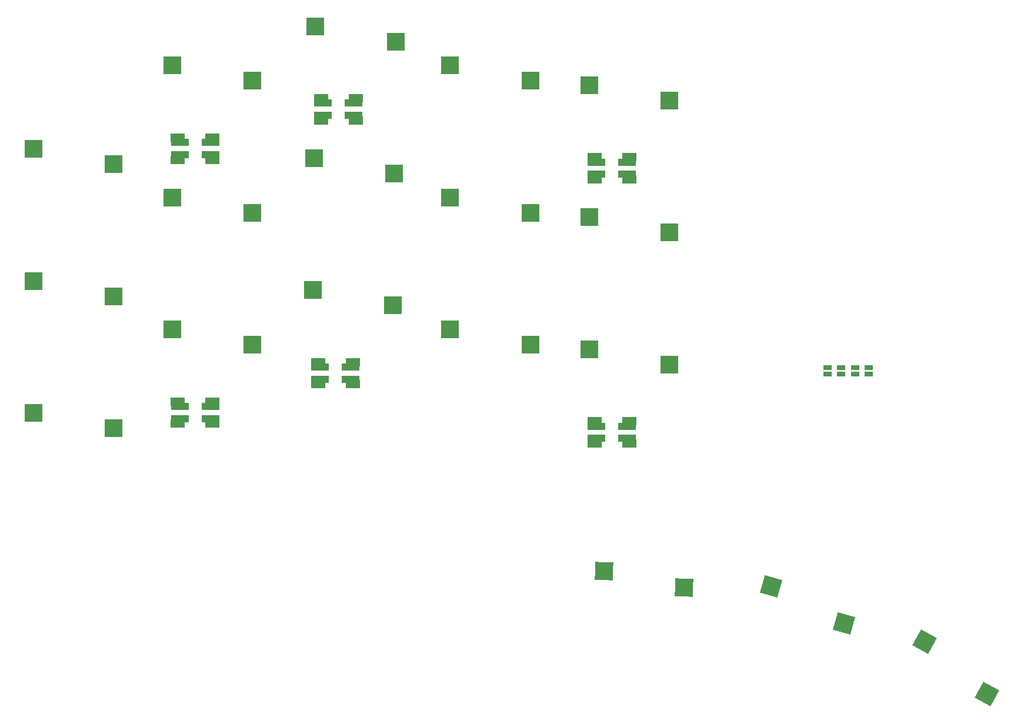
<source format=gbr>
%TF.GenerationSoftware,KiCad,Pcbnew,6.0.11+dfsg-1*%
%TF.CreationDate,2023-05-21T18:00:47+03:00*%
%TF.ProjectId,pcb,7063622e-6b69-4636-9164-5f7063625858,v1.0.0*%
%TF.SameCoordinates,Original*%
%TF.FileFunction,Paste,Bot*%
%TF.FilePolarity,Positive*%
%FSLAX46Y46*%
G04 Gerber Fmt 4.6, Leading zero omitted, Abs format (unit mm)*
G04 Created by KiCad (PCBNEW 6.0.11+dfsg-1) date 2023-05-21 18:00:47*
%MOMM*%
%LPD*%
G01*
G04 APERTURE LIST*
G04 Aperture macros list*
%AMRotRect*
0 Rectangle, with rotation*
0 The origin of the aperture is its center*
0 $1 length*
0 $2 width*
0 $3 Rotation angle, in degrees counterclockwise*
0 Add horizontal line*
21,1,$1,$2,0,0,$3*%
G04 Aperture macros list end*
%ADD10R,2.600000X2.600000*%
%ADD11R,1.143000X0.635000*%
%ADD12R,2.600000X1.000000*%
%ADD13R,2.000000X1.200000*%
%ADD14RotRect,2.600000X2.600000X344.000000*%
%ADD15RotRect,2.600000X2.600000X331.000000*%
%ADD16RotRect,2.600000X2.600000X359.000000*%
G04 APERTURE END LIST*
D10*
%TO.C,S3*%
X105528000Y-99822078D03*
X117078000Y-102022078D03*
%TD*%
D11*
%TO.C,J8*%
X225803000Y-132272458D03*
X225803000Y-131271698D03*
%TD*%
D12*
%TO.C,LED7*%
X126603000Y-98897078D03*
X126603000Y-100647078D03*
X131003000Y-100647078D03*
X131003000Y-98897078D03*
D13*
X126303000Y-98172078D03*
X126303000Y-101372078D03*
X131303000Y-101372078D03*
X131303000Y-98172078D03*
%TD*%
D14*
%TO.C,S17*%
X211688910Y-162803859D03*
X222185081Y-168102246D03*
%TD*%
D10*
%TO.C,S5*%
X125528000Y-106822078D03*
X137078000Y-109022078D03*
%TD*%
%TO.C,S8*%
X145928000Y-101155411D03*
X157478000Y-103355411D03*
%TD*%
D12*
%TO.C,LED12*%
X186603000Y-139730411D03*
X186603000Y-141480411D03*
X191003000Y-141480411D03*
X191003000Y-139730411D03*
D13*
X186303000Y-139005411D03*
X186303000Y-142205411D03*
X191303000Y-142205411D03*
X191303000Y-139005411D03*
%TD*%
D11*
%TO.C,J5*%
X219803000Y-132272458D03*
X219803000Y-131271698D03*
%TD*%
D12*
%TO.C,LED9*%
X147203000Y-93230411D03*
X147203000Y-94980411D03*
X151603000Y-94980411D03*
X151603000Y-93230411D03*
D13*
X146903000Y-92505411D03*
X146903000Y-95705411D03*
X151903000Y-95705411D03*
X151903000Y-92505411D03*
%TD*%
D10*
%TO.C,S10*%
X165528000Y-125822078D03*
X177078000Y-128022078D03*
%TD*%
D12*
%TO.C,LED11*%
X186603000Y-101730411D03*
X186603000Y-103480411D03*
X191003000Y-103480411D03*
X191003000Y-101730411D03*
D13*
X186303000Y-101005411D03*
X186303000Y-104205411D03*
X191303000Y-104205411D03*
X191303000Y-101005411D03*
%TD*%
D10*
%TO.C,S1*%
X105528000Y-137822078D03*
X117078000Y-140022078D03*
%TD*%
%TO.C,S15*%
X185528000Y-90655411D03*
X197078000Y-92855411D03*
%TD*%
%TO.C,S2*%
X105528000Y-118822078D03*
X117078000Y-121022078D03*
%TD*%
%TO.C,S9*%
X146128000Y-82155411D03*
X157678000Y-84355411D03*
%TD*%
%TO.C,S6*%
X125528000Y-87822078D03*
X137078000Y-90022078D03*
%TD*%
%TO.C,S4*%
X125528000Y-125822078D03*
X137078000Y-128022078D03*
%TD*%
%TO.C,S14*%
X185528000Y-109655411D03*
X197078000Y-111855411D03*
%TD*%
%TO.C,S12*%
X165528000Y-87822078D03*
X177078000Y-90022078D03*
%TD*%
D11*
%TO.C,J7*%
X223803000Y-132272458D03*
X223803000Y-131271698D03*
%TD*%
D10*
%TO.C,S7*%
X145728000Y-120155411D03*
X157278000Y-122355411D03*
%TD*%
D15*
%TO.C,S18*%
X233791238Y-170762339D03*
X242826514Y-178286054D03*
%TD*%
D10*
%TO.C,S11*%
X165528000Y-106822078D03*
X177078000Y-109022078D03*
%TD*%
D11*
%TO.C,J6*%
X221803000Y-132272458D03*
X221803000Y-131271698D03*
%TD*%
D12*
%TO.C,LED10*%
X146803000Y-131230411D03*
X146803000Y-132980411D03*
X151203000Y-132980411D03*
X151203000Y-131230411D03*
D13*
X146503000Y-130505411D03*
X146503000Y-133705411D03*
X151503000Y-133705411D03*
X151503000Y-130505411D03*
%TD*%
D10*
%TO.C,S13*%
X185528000Y-128655411D03*
X197078000Y-130855411D03*
%TD*%
D12*
%TO.C,LED8*%
X126603000Y-136897078D03*
X126603000Y-138647078D03*
X131003000Y-138647078D03*
X131003000Y-136897078D03*
D13*
X126303000Y-136172078D03*
X126303000Y-139372078D03*
X131303000Y-139372078D03*
X131303000Y-136172078D03*
%TD*%
D16*
%TO.C,S16*%
X187632341Y-160599161D03*
X199142186Y-163000401D03*
%TD*%
M02*

</source>
